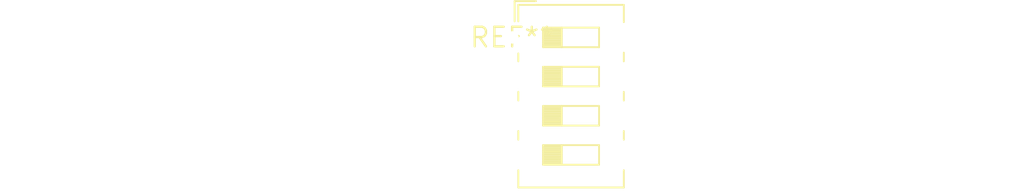
<source format=kicad_pcb>
(kicad_pcb (version 20240108) (generator pcbnew)
  (layers (0 "F.Cu" signal) (31 "B.Cu" signal) (34 "B.Paste" user) (35 "F.Paste" user) (36 "B.SilkS" user "B.Silkscreen") (37 "F.SilkS" user "F.Silkscreen") (38 "B.Mask" user) (39 "F.Mask" user) (44 "Edge.Cuts" user))
  (net 0 "")
  (footprint "SW_DIP_SPSTx04_Slide_6.7x11.72mm_W7.62mm_P2.54mm_LowProfile" (layer "F.Cu") (at 0 0)
    (property "Reference" "REF**")
    (property "Value" "SW_DIP_SPSTx04_Slide_6.7x11.72mm_W7.62mm_P2.54mm_LowProfile")
    (fp_line (start 0.16 -2.35) (end 0.16 -1.04) (layer "F.SilkS") (stroke (width 0.12)))
    (fp_line (start 0.16 -2.35) (end 1.543 -2.35) (layer "F.SilkS") (stroke (width 0.12)))
    (fp_line (start 0.4 -2.11) (end 0.4 -1.04) (layer "F.SilkS") (stroke (width 0.12)))
    (fp_line (start 0.4 -2.11) (end 7.221 -2.11) (layer "F.SilkS") (stroke (width 0.12)))
    (fp_line (start 0.4 1.04) (end 0.4 1.551) (layer "F.SilkS") (stroke (width 0.12)))
    (fp_line (start 0.4 3.53) (end 0.4 4.091) (layer "F.SilkS") (stroke (width 0.12)))
    (fp_line (start 0.4 6.07) (end 0.4 6.631) (layer "F.SilkS") (stroke (width 0.12)))
    (fp_line (start 0.4 8.61) (end 0.4 9.73) (layer "F.SilkS") (stroke (width 0.12)))
    (fp_line (start 0.4 9.73) (end 7.221 9.73) (layer "F.SilkS") (stroke (width 0.12)))
    (fp_line (start 2 -0.635) (end 2 0.635) (layer "F.SilkS") (stroke (width 0.12)))
    (fp_line (start 2 -0.515) (end 3.206667 -0.515) (layer "F.SilkS") (stroke (width 0.12)))
    (fp_line (start 2 -0.395) (end 3.206667 -0.395) (layer "F.SilkS") (stroke (width 0.12)))
    (fp_line (start 2 -0.275) (end 3.206667 -0.275) (layer "F.SilkS") (stroke (width 0.12)))
    (fp_line (start 2 -0.155) (end 3.206667 -0.155) (layer "F.SilkS") (stroke (width 0.12)))
    (fp_line (start 2 -0.035) (end 3.206667 -0.035) (layer "F.SilkS") (stroke (width 0.12)))
    (fp_line (start 2 0.085) (end 3.206667 0.085) (layer "F.SilkS") (stroke (width 0.12)))
    (fp_line (start 2 0.205) (end 3.206667 0.205) (layer "F.SilkS") (stroke (width 0.12)))
    (fp_line (start 2 0.325) (end 3.206667 0.325) (layer "F.SilkS") (stroke (width 0.12)))
    (fp_line (start 2 0.445) (end 3.206667 0.445) (layer "F.SilkS") (stroke (width 0.12)))
    (fp_line (start 2 0.565) (end 3.206667 0.565) (layer "F.SilkS") (stroke (width 0.12)))
    (fp_line (start 2 0.635) (end 5.62 0.635) (layer "F.SilkS") (stroke (width 0.12)))
    (fp_line (start 2 1.905) (end 2 3.175) (layer "F.SilkS") (stroke (width 0.12)))
    (fp_line (start 2 2.025) (end 3.206667 2.025) (layer "F.SilkS") (stroke (width 0.12)))
    (fp_line (start 2 2.145) (end 3.206667 2.145) (layer "F.SilkS") (stroke (width 0.12)))
    (fp_line (start 2 2.265) (end 3.206667 2.265) (layer "F.SilkS") (stroke (width 0.12)))
    (fp_line (start 2 2.385) (end 3.206667 2.385) (layer "F.SilkS") (stroke (width 0.12)))
    (fp_line (start 2 2.505) (end 3.206667 2.505) (layer "F.SilkS") (stroke (width 0.12)))
    (fp_line (start 2 2.625) (end 3.206667 2.625) (layer "F.SilkS") (stroke (width 0.12)))
    (fp_line (start 2 2.745) (end 3.206667 2.745) (layer "F.SilkS") (stroke (width 0.12)))
    (fp_line (start 2 2.865) (end 3.206667 2.865) (layer "F.SilkS") (stroke (width 0.12)))
    (fp_line (start 2 2.985) (end 3.206667 2.985) (layer "F.SilkS") (stroke (width 0.12)))
    (fp_line (start 2 3.105) (end 3.206667 3.105) (layer "F.SilkS") (stroke (width 0.12)))
    (fp_line (start 2 3.175) (end 5.62 3.175) (layer "F.SilkS") (stroke (width 0.12)))
    (fp_line (start 2 4.445) (end 2 5.715) (layer "F.SilkS") (stroke (width 0.12)))
    (fp_line (start 2 4.565) (end 3.206667 4.565) (layer "F.SilkS") (stroke (width 0.12)))
    (fp_line (start 2 4.685) (end 3.206667 4.685) (layer "F.SilkS") (stroke (width 0.12)))
    (fp_line (start 2 4.805) (end 3.206667 4.805) (layer "F.SilkS") (stroke (width 0.12)))
    (fp_line (start 2 4.925) (end 3.206667 4.925) (layer "F.SilkS") (stroke (width 0.12)))
    (fp_line (start 2 5.045) (end 3.206667 5.045) (layer "F.SilkS") (stroke (width 0.12)))
    (fp_line (start 2 5.165) (end 3.206667 5.165) (layer "F.SilkS") (stroke (width 0.12)))
    (fp_line (start 2 5.285) (end 3.206667 5.285) (layer "F.SilkS") (stroke (width 0.12)))
    (fp_line (start 2 5.405) (end 3.206667 5.405) (layer "F.SilkS") (stroke (width 0.12)))
    (fp_line (start 2 5.525) (end 3.206667 5.525) (layer "F.SilkS") (stroke (width 0.12)))
    (fp_line (start 2 5.645) (end 3.206667 5.645) (layer "F.SilkS") (stroke (width 0.12)))
    (fp_line (start 2 5.715) (end 5.62 5.715) (layer "F.SilkS") (stroke (width 0.12)))
    (fp_line (start 2 6.985) (end 2 8.255) (layer "F.SilkS") (stroke (width 0.12)))
    (fp_line (start 2 7.105) (end 3.206667 7.105) (layer "F.SilkS") (stroke (width 0.12)))
    (fp_line (start 2 7.225) (end 3.206667 7.225) (layer "F.SilkS") (stroke (width 0.12)))
    (fp_line (start 2 7.345) (end 3.206667 7.345) (layer "F.SilkS") (stroke (width 0.12)))
    (fp_line (start 2 7.465) (end 3.206667 7.465) (layer "F.SilkS") (stroke (width 0.12)))
    (fp_line (start 2 7.585) (end 3.206667 7.585) (layer "F.SilkS") (stroke (width 0.12)))
    (fp_line (start 2 7.705) (end 3.206667 7.705) (layer "F.SilkS") (stroke (width 0.12)))
    (fp_line (start 2 7.825) (end 3.206667 7.825) (layer "F.SilkS") (stroke (width 0.12)))
    (fp_line (start 2 7.945) (end 3.206667 7.945) (layer "F.SilkS") (stroke (width 0.12)))
    (fp_line (start 2 8.065) (end 3.206667 8.065) (layer "F.SilkS") (stroke (width 0.12)))
    (fp_line (start 2 8.185) (end 3.206667 8.185) (layer "F.SilkS") (stroke (width 0.12)))
    (fp_line (start 2 8.255) (end 5.62 8.255) (layer "F.SilkS") (stroke (width 0.12)))
    (fp_line (start 3.206667 -0.635) (end 3.206667 0.635) (layer "F.SilkS") (stroke (width 0.12)))
    (fp_line (start 3.206667 1.905) (end 3.206667 3.175) (layer "F.SilkS") (stroke (width 0.12)))
    (fp_line (start 3.206667 4.445) (end 3.206667 5.715) (layer "F.SilkS") (stroke (width 0.12)))
    (fp_line (start 3.206667 6.985) (end 3.206667 8.255) (layer "F.SilkS") (stroke (width 0.12)))
    (fp_line (start 5.62 -0.635) (end 2 -0.635) (layer "F.SilkS") (stroke (width 0.12)))
    (fp_line (start 5.62 0.635) (end 5.62 -0.635) (layer "F.SilkS") (stroke (width 0.12)))
    (fp_line (start 5.62 1.905) (end 2 1.905) (layer "F.SilkS") (stroke (width 0.12)))
    (fp_line (start 5.62 3.175) (end 5.62 1.905) (layer "F.SilkS") (stroke (width 0.12)))
    (fp_line (start 5.62 4.445) (end 2 4.445) (layer "F.SilkS") (stroke (width 0.12)))
    (fp_line (start 5.62 5.715) (end 5.62 4.445) (layer "F.SilkS") (stroke (width 0.12)))
    (fp_line (start 5.62 6.985) (end 2 6.985) (layer "F.SilkS") (stroke (width 0.12)))
    (fp_line (start 5.62 8.255) (end 5.62 6.985) (layer "F.SilkS") (stroke (width 0.12)))
    (fp_line (start 7.221 -2.11) (end 7.221 -0.99) (layer "F.SilkS") (stroke (width 0.12)))
    (fp_line (start 7.221 0.99) (end 7.221 1.551) (layer "F.SilkS") (stroke (width 0.12)))
    (fp_line (start 7.221 3.53) (end 7.221 4.091) (layer "F.SilkS") (stroke (width 0.12)))
    (fp_line (start 7.221 6.07) (end 7.221 6.631) (layer "F.SilkS") (stroke (width 0.12)))
    (fp_line (start 7.221 8.61) (end 7.221 9.73) (layer "F.SilkS") (stroke (width 0.12)))
    (pad "1" thru_hole rect (at 0 0) (size 1.6 1.6) (drill 0.8) (layers *.Cu *.Mask) (remove_unused_layers))
    (pad "2" thru_hole oval (at 0 2.54) (size 1.6 1.6) (drill 0.8) (layers *.Cu *.Mask) (remove_unused_layers))
    (pad "3" thru_hole oval (at 0 5.08) (size 1.6 1.6) (drill 0.8) (layers *.Cu *.Mask) (remove_unused_layers))
    (pad "4" thru_hole oval (at 0 7.62) (size 1.6 1.6) (drill 0.8) (layers *.Cu *.Mask) (remove_unused_layers))
    (pad "5" thru_hole oval (at 7.62 7.62) (size 1.6 1.6) (drill 0.8) (layers *.Cu *.Mask) (remove_unused_layers))
    (pad "6" thru_hole oval (at 7.62 5.08) (size 1.6 1.6) (drill 0.8) (layers *.Cu *.Mask) (remove_unused_layers))
    (pad "7" thru_hole oval (at 7.62 2.54) (size 1.6 1.6) (drill 0.8) (layers *.Cu *.Mask) (remove_unused_layers))
    (pad "8" thru_hole oval (at 7.62 0) (size 1.6 1.6) (drill 0.8) (layers *.Cu *.Mask) (remove_unused_layers))
  )
)
</source>
